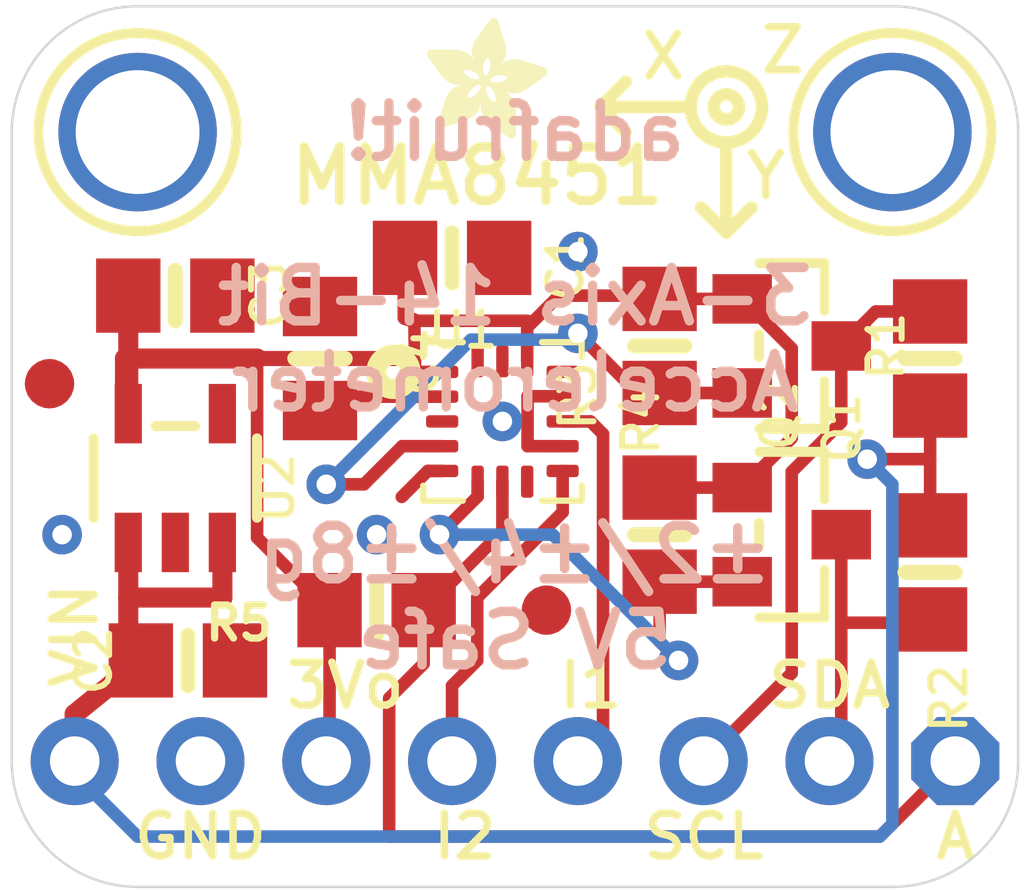
<source format=kicad_pcb>
(kicad_pcb (version 20211014) (generator pcbnew)
  (layers (0 "F.Cu" signal) (31 "B.Cu" signal) (34 "B.Paste" user) (35 "F.Paste" user) (36 "B.SilkS" user "B.Silkscreen") (37 "F.SilkS" user "F.Silkscreen") (38 "B.Mask" user) (39 "F.Mask" user) (44 "Edge.Cuts" user))
  (net 0 "")
  (net 1 "GND")
  (net 2 "SDA_3.3V")
  (net 3 "SCL_3.3V")
  (net 4 "SDA")
  (net 5 "SCL")
  (net 6 "+3V3")
  (net 7 "VIN")
  (net 8 "INT1")
  (net 9 "INT2")
  (net 10 "N$1")
  (net 11 "SA0")
  (footprint "boardEagle:0805-NO" (layer "F.Cu") (at 145.7071 108.3056 180)
    (fp_text reference "R5" (at 2.032 0.127 180) (layer "F.SilkS") (effects (font (size 0.666496 0.666496) (thickness 0.146304)) (justify right top)))
    (fp_text value "10K")
    (pad "1" smd rect (at -0.95 0 180) (size 1.3 1.5) (layers "F.Cu" "F.Paste" "F.Mask") (net 11 "SA0"))
    (pad "2" smd rect (at 0.95 0 180) (size 1.3 1.5) (layers "F.Cu" "F.Paste" "F.Mask") (net 6 "+3V3"))
  )
  (footprint "boardEagle:SOT23-5" (layer "F.Cu") (at 141.6431 105.6386)
    (fp_text reference "U2" (at 2.032 -0.562 90) (layer "F.SilkS") (effects (font (size 0.692831 0.692831) (thickness 0.119969)) (justify right)))
    (fp_text value "MIC5225-3.3")
    (pad "1" smd rect (at -0.95 1.3001) (size 0.55 1.2) (layers "F.Cu" "F.Paste" "F.Mask") (net 7 "VIN"))
    (pad "2" smd rect (at 0 1.3001) (size 0.55 1.2) (layers "F.Cu" "F.Paste" "F.Mask") (net 1 "GND"))
    (pad "3" smd rect (at 0.95 1.3001) (size 0.55 1.2) (layers "F.Cu" "F.Paste" "F.Mask") (net 7 "VIN"))
    (pad "4" smd rect (at 0.95 -1.3001) (size 0.55 1.2) (layers "F.Cu" "F.Paste" "F.Mask"))
    (pad "5" smd rect (at -0.95 -1.3001) (size 0.55 1.2) (layers "F.Cu" "F.Paste" "F.Mask") (net 6 "+3V3"))
  )
  (footprint "boardEagle:0805-NO" (layer "F.Cu") (at 141.6431 101.9556)
    (fp_text reference "C3" (at 1.905 -0.762 90) (layer "F.SilkS") (effects (font (size 0.692831 0.692831) (thickness 0.119969)) (justify right)))
    (fp_text value "10uF")
    (pad "1" smd rect (at -0.95 0) (size 1.3 1.5) (layers "F.Cu" "F.Paste" "F.Mask") (net 6 "+3V3"))
    (pad "2" smd rect (at 0.95 0) (size 1.3 1.5) (layers "F.Cu" "F.Paste" "F.Mask") (net 1 "GND"))
  )
  (footprint "boardEagle:SOT23-WIDE" (layer "F.Cu") (at 154.0891 102.9716 -90)
    (fp_text reference "Q1" (at 0.889 -1.016 90) (layer "F.SilkS") (effects (font (size 0.692831 0.692831) (thickness 0.119969)) (justify right)))
    (fp_text value "BSS138")
    (pad "1" smd rect (at -0.95 1 270) (size 1 1.2) (layers "F.Cu" "F.Paste" "F.Mask") (net 6 "+3V3"))
    (pad "2" smd rect (at 0.95 1 270) (size 1 1.2) (layers "F.Cu" "F.Paste" "F.Mask") (net 3 "SCL_3.3V"))
    (pad "3" smd rect (at 0 -1 270) (size 1 1.2) (layers "F.Cu" "F.Paste" "F.Mask") (net 5 "SCL"))
  )
  (footprint "boardEagle:MMA845X_QFN_16MM" (layer "F.Cu") (at 148.2471 104.4956)
    (fp_text reference "U1" (at -1.565 -1.84) (layer "F.SilkS") (effects (font (size 0.692831 0.692831) (thickness 0.119969)) (justify left)))
    (fp_text value "MMA8451")
    (pad "1" smd roundrect (at -1.2165 -1) (size 0.65 0.25) (layers "F.Cu" "F.Paste" "F.Mask") (net 6 "+3V3"))
    (pad "2" smd roundrect (at -1.2165 -0.5) (size 0.65 0.25) (layers "F.Cu" "F.Paste" "F.Mask") (net 10 "N$1"))
    (pad "3" smd roundrect (at -1.2165 0) (size 0.65 0.25) (layers "F.Cu" "F.Paste" "F.Mask"))
    (pad "4" smd roundrect (at -1.2165 0.5) (size 0.65 0.25) (layers "F.Cu" "F.Paste" "F.Mask") (net 3 "SCL_3.3V"))
    (pad "5" smd roundrect (at -1.2165 1) (size 0.65 0.25) (layers "F.Cu" "F.Paste" "F.Mask") (net 1 "GND"))
    (pad "6" smd roundrect (at -0.5 1.2165 90) (size 0.65 0.25) (layers "F.Cu" "F.Paste" "F.Mask") (net 2 "SDA_3.3V"))
    (pad "7" smd roundrect (at 0 1.2165 90) (size 0.65 0.25) (layers "F.Cu" "F.Paste" "F.Mask") (net 11 "SA0"))
    (pad "8" smd roundrect (at 0.5 1.2165 90) (size 0.65 0.25) (layers "F.Cu" "F.Paste" "F.Mask"))
    (pad "9" smd roundrect (at 1.2165 1 180) (size 0.65 0.25) (layers "F.Cu" "F.Paste" "F.Mask") (net 9 "INT2"))
    (pad "10" smd roundrect (at 1.2165 0.5 180) (size 0.65 0.25) (layers "F.Cu" "F.Paste" "F.Mask") (net 1 "GND"))
    (pad "11" smd roundrect (at 1.2165 0 180) (size 0.65 0.25) (layers "F.Cu" "F.Paste" "F.Mask") (net 8 "INT1"))
    (pad "12" smd roundrect (at 1.2165 -0.5 180) (size 0.65 0.25) (layers "F.Cu" "F.Paste" "F.Mask") (net 1 "GND"))
    (pad "13" smd roundrect (at 1.2165 -1 180) (size 0.65 0.25) (layers "F.Cu" "F.Paste" "F.Mask"))
    (pad "14" smd roundrect (at 0.5 -1.2165 270) (size 0.65 0.25) (layers "F.Cu" "F.Paste" "F.Mask") (net 6 "+3V3"))
    (pad "15" smd roundrect (at 0 -1.2165 270) (size 0.65 0.25) (layers "F.Cu" "F.Paste" "F.Mask"))
    (pad "16" smd roundrect (at -0.5 -1.2165 270) (size 0.65 0.25) (layers "F.Cu" "F.Paste" "F.Mask"))
  )
  (footprint "boardEagle:FIDUCIAL_1MM" (layer "F.Cu") (at 139.1031 103.7336)
    (fp_text reference "FID1" hide)
    (fp_text value "FIDUCIAL\"\"" hide)
    (pad "1" smd roundrect (at 0 0) (size 1 1) (layers "F.Cu" "F.Mask") (roundrect_rratio 0.5))
  )
  (footprint "boardEagle:0805-NO" (layer "F.Cu") (at 141.8971 109.3216)
    (fp_text reference "C2" (at -1.905 0.762 90) (layer "F.SilkS") (effects (font (size 0.692831 0.692831) (thickness 0.119969)) (justify left)))
    (fp_text value "10uF")
    (pad "1" smd rect (at -0.95 0) (size 1.3 1.5) (layers "F.Cu" "F.Paste" "F.Mask") (net 7 "VIN"))
    (pad "2" smd rect (at 0.95 0) (size 1.3 1.5) (layers "F.Cu" "F.Paste" "F.Mask") (net 1 "GND"))
  )
  (footprint "boardEagle:0805_10MGAP" (layer "F.Cu") (at 144.5641 103.2256 90)
    (fp_text reference "C4" (at -0.8255 2.032 90) (layer "F.SilkS") (effects (font (size 0.692831 0.692831) (thickness 0.119969)) (justify left)))
    (fp_text value "0.1uF")
    (pad "1" smd rect (at -1.05 0 90) (size 1.2 1.5) (layers "F.Cu" "F.Paste" "F.Mask") (net 10 "N$1"))
    (pad "2" smd rect (at 1.05 0 90) (size 1.2 1.5) (layers "F.Cu" "F.Paste" "F.Mask") (net 1 "GND"))
  )
  (footprint "boardEagle:0805-NO" (layer "F.Cu") (at 151.4221 102.9716 90)
    (fp_text reference "R3" (at -0.254 -1.651 90) (layer "F.SilkS") (effects (font (size 0.692831 0.692831) (thickness 0.119969)) (justify right)))
    (fp_text value "10K")
    (pad "1" smd rect (at -0.95 0 90) (size 1.3 1.5) (layers "F.Cu" "F.Paste" "F.Mask") (net 3 "SCL_3.3V"))
    (pad "2" smd rect (at 0.95 0 90) (size 1.3 1.5) (layers "F.Cu" "F.Paste" "F.Mask") (net 6 "+3V3"))
  )
  (footprint "boardEagle:SOT23-WIDE" (layer "F.Cu") (at 154.0891 106.7816 -90)
    (fp_text reference "Q2" (at -3.175 0.254 90) (layer "F.SilkS") (effects (font (size 0.692831 0.692831) (thickness 0.119969)) (justify right)))
    (fp_text value "BSS138")
    (pad "1" smd rect (at -0.95 1 270) (size 1 1.2) (layers "F.Cu" "F.Paste" "F.Mask") (net 6 "+3V3"))
    (pad "2" smd rect (at 0.95 1 270) (size 1 1.2) (layers "F.Cu" "F.Paste" "F.Mask") (net 2 "SDA_3.3V"))
    (pad "3" smd rect (at 0 -1 270) (size 1 1.2) (layers "F.Cu" "F.Paste" "F.Mask") (net 4 "SDA"))
  )
  (footprint "boardEagle:ADAFRUIT_2.5MM" (layer "F.Cu") (at 146.7231 98.7806)
    (fp_text reference "U$10" hide)
    (fp_text value "" hide)
  )
  (footprint "boardEagle:0805-NO" (layer "F.Cu") (at 156.8831 103.2256 -90)
    (fp_text reference "R1" (at 0.508 0.889 90) (layer "F.SilkS") (effects (font (size 0.692831 0.692831) (thickness 0.119969)) (justify left)))
    (fp_text value "10K")
    (pad "1" smd rect (at -0.95 0 270) (size 1.3 1.5) (layers "F.Cu" "F.Paste" "F.Mask") (net 5 "SCL"))
    (pad "2" smd rect (at 0.95 0 270) (size 1.3 1.5) (layers "F.Cu" "F.Paste" "F.Mask") (net 7 "VIN"))
  )
  (footprint "boardEagle:1X08_ROUND_70" (layer "F.Cu") (at 148.5011 111.3536 180)
    (fp_text reference "JP1" hide)
    (fp_text value "")
    (pad "1" thru_hole roundrect (at -8.89 0 270) (size 1.778 1.778) (drill 1) (layers *.Cu *.Mask) (chamfer_ratio 0.2928932188) (chamfer top_left top_right bottom_left bottom_right) (net 11 "SA0"))
    (pad "2" thru_hole circle (at -6.35 0 270) (size 1.778 1.778) (drill 1) (layers *.Cu *.Mask) (net 4 "SDA"))
    (pad "3" thru_hole circle (at -3.81 0 270) (size 1.778 1.778) (drill 1) (layers *.Cu *.Mask) (net 5 "SCL"))
    (pad "4" thru_hole circle (at -1.27 0 270) (size 1.778 1.778) (drill 1) (layers *.Cu *.Mask) (net 8 "INT1"))
    (pad "5" thru_hole circle (at 1.27 0 270) (size 1.778 1.778) (drill 1) (layers *.Cu *.Mask) (net 9 "INT2"))
    (pad "6" thru_hole circle (at 3.81 0 270) (size 1.778 1.778) (drill 1) (layers *.Cu *.Mask) (net 6 "+3V3"))
    (pad "7" thru_hole circle (at 6.35 0 270) (size 1.778 1.778) (drill 1) (layers *.Cu *.Mask) (net 1 "GND"))
    (pad "8" thru_hole circle (at 8.89 0 270) (size 1.778 1.778) (drill 1) (layers *.Cu *.Mask) (net 7 "VIN"))
  )
  (footprint "boardEagle:0805-NO" (layer "F.Cu") (at 156.8831 107.5436 -90)
    (fp_text reference "R2" (at 3.302 -0.381 90) (layer "F.SilkS") (effects (font (size 0.692831 0.692831) (thickness 0.119969)) (justify left)))
    (fp_text value "10K")
    (pad "1" smd rect (at -0.95 0 270) (size 1.3 1.5) (layers "F.Cu" "F.Paste" "F.Mask") (net 7 "VIN"))
    (pad "2" smd rect (at 0.95 0 270) (size 1.3 1.5) (layers "F.Cu" "F.Paste" "F.Mask") (net 4 "SDA"))
  )
  (footprint "boardEagle:0805-NO" (layer "F.Cu") (at 147.2311 101.1936)
    (fp_text reference "C1" (at 2.286 -0.5715 90) (layer "F.SilkS") (effects (font (size 0.692831 0.692831) (thickness 0.119969)) (justify right)))
    (fp_text value "0.1uF")
    (pad "1" smd rect (at -0.95 0) (size 1.3 1.5) (layers "F.Cu" "F.Paste" "F.Mask") (net 6 "+3V3"))
    (pad "2" smd rect (at 0.95 0) (size 1.3 1.5) (layers "F.Cu" "F.Paste" "F.Mask") (net 1 "GND"))
  )
  (footprint "boardEagle:MOUNTINGHOLE_2.5_PLATED" (layer "F.Cu") (at 140.8811 98.6536)
    (fp_text reference "U$3" hide)
    (fp_text value "MOUNTINGHOLE2.5" hide)
    (pad "P$1" thru_hole circle (at 0 0) (size 3.2 3.2) (drill 2.5) (layers *.Cu *.Mask))
  )
  (footprint "boardEagle:0805-NO" (layer "F.Cu") (at 151.4221 106.7816 -90)
    (fp_text reference "R4" (at -3.048 0.381 90) (layer "F.SilkS") (effects (font (size 0.692831 0.692831) (thickness 0.119969)) (justify right)))
    (fp_text value "10K")
    (pad "1" smd rect (at -0.95 0 270) (size 1.3 1.5) (layers "F.Cu" "F.Paste" "F.Mask") (net 6 "+3V3"))
    (pad "2" smd rect (at 0.95 0 270) (size 1.3 1.5) (layers "F.Cu" "F.Paste" "F.Mask") (net 2 "SDA_3.3V"))
  )
  (footprint "boardEagle:MOUNTINGHOLE_2.5_PLATED" (layer "F.Cu") (at 156.1211 98.6536)
    (fp_text reference "U$6" hide)
    (fp_text value "MOUNTINGHOLE2.5" hide)
    (pad "P$1" thru_hole circle (at 0 0) (size 3.2 3.2) (drill 2.5) (layers *.Cu *.Mask))
  )
  (footprint "boardEagle:FIDUCIAL_1MM" (layer "F.Cu") (at 149.1361 108.3056)
    (fp_text reference "FID2" hide)
    (fp_text value "FIDUCIAL\"\"" hide)
    (pad "1" smd roundrect (at 0 0) (size 1 1) (layers "F.Cu" "F.Mask") (roundrect_rratio 0.5))
  )
  (gr_line (start 150.7363 98.6536) (end 150.2283 98.1456) (layer "F.SilkS") (width 0.254))
  (gr_line (start 152.7683 98.9076) (end 152.7683 100.6856) (layer "F.SilkS") (width 0.254))
  (gr_line (start 152.7683 100.6856) (end 153.2763 100.1776) (layer "F.SilkS") (width 0.254))
  (gr_line (start 152.7683 100.6856) (end 152.2603 100.1776) (layer "F.SilkS") (width 0.254))
  (gr_line (start 152.0063 98.1456) (end 150.2283 98.1456) (layer "F.SilkS") (width 0.254))
  (gr_line (start 150.2283 98.1456) (end 150.7363 97.6376) (layer "F.SilkS") (width 0.254))
  (gr_circle (center 152.7683 98.1456) (end 153.486718 98.1456) (layer "F.SilkS") (width 0.254) (fill none))
  (gr_circle (center 152.7683 98.1456) (end 153.0223 98.1456) (layer "F.SilkS") (width 0.254) (fill none))
  (gr_arc (start 158.6611 111.3536) (mid 157.917151 113.149651) (end 156.1211 113.8936) (layer "Edge.Cuts") (width 0.05))
  (gr_arc (start 156.1211 96.1136) (mid 157.917151 96.857549) (end 158.6611 98.6536) (layer "Edge.Cuts") (width 0.05))
  (gr_line (start 156.1211 113.8936) (end 140.8811 113.8936) (layer "Edge.Cuts") (width 0.05))
  (gr_arc (start 138.3411 98.6536) (mid 139.085049 96.857549) (end 140.8811 96.1136) (layer "Edge.Cuts") (width 0.05))
  (gr_line (start 138.3411 111.3536) (end 138.3411 98.6536) (layer "Edge.Cuts") (width 0.05))
  (gr_line (start 140.8811 96.1136) (end 156.1211 96.1136) (layer "Edge.Cuts") (width 0.05))
  (gr_arc (start 140.8811 113.8936) (mid 139.085049 113.149651) (end 138.3411 111.3536) (layer "Edge.Cuts") (width 0.05))
  (gr_line (start 158.6611 98.6536) (end 158.6611 111.3536) (layer "Edge.Cuts") (width 0.05))
  (gr_text "adafruit!" (at 148.5011 98.6536) (layer "B.SilkS") (effects (font (size 1.0795 1.0795) (thickness 0.1905)) (justify mirror)))
  (gr_text "±2/±4/±8g\n5V Safe" (at 148.5011 108.0516) (layer "B.SilkS") (effects (font (size 1.0795 1.0795) (thickness 0.1905)) (justify mirror)))
  (gr_text "3-Axis 14-Bit\nAccelerometer" (at 148.5011 102.8446) (layer "B.SilkS") (effects (font (size 1.0795 1.0795) (thickness 0.1905)) (justify mirror)))
  (gr_text "I2" (at 147.4851 112.8776) (layer "F.SilkS") (effects (font (size 0.8636 0.8636) (thickness 0.1524))))
  (gr_text "VIN" (at 139.6111 108.8136 90) (layer "F.SilkS") (effects (font (size 0.8636 0.8636) (thickness 0.1524))))
  (gr_text "SCL" (at 152.3111 112.8776) (layer "F.SilkS") (effects (font (size 0.8636 0.8636) (thickness 0.1524))))
  (gr_text "GND" (at 142.1511 112.8776) (layer "F.SilkS") (effects (font (size 0.8636 0.8636) (thickness 0.1524))))
  (gr_text "Y" (at 154.0383 99.0346) (layer "F.SilkS") (effects (font (size 0.8636 0.8636) (thickness 0.1524)) (justify right top)))
  (gr_text "Z" (at 154.4193 96.4946) (layer "F.SilkS") (effects (font (size 0.8636 0.8636) (thickness 0.1524)) (justify right top)))
  (gr_text "A" (at 157.3911 112.8776) (layer "F.SilkS") (effects (font (size 0.8636 0.8636) (thickness 0.1524))))
  (gr_text "SDA" (at 154.8511 109.8296) (layer "F.SilkS") (effects (font (size 0.8636 0.8636) (thickness 0.1524))))
  (gr_text "I1" (at 150.0251 109.8296) (layer "F.SilkS") (effects (font (size 0.8636 0.8636) (thickness 0.1524))))
  (gr_text "X" (at 152.0063 96.6216) (layer "F.SilkS") (effects (font (size 0.8636 0.8636) (thickness 0.1524)) (justify right top)))
  (gr_text "MMA8451" (at 147.7391 99.5426) (layer "F.SilkS") (effects (font (size 1.0795 1.0795) (thickness 0.1905))))
  (gr_text "3Vo" (at 145.0721 109.8296) (layer "F.SilkS") (effects (font (size 0.8636 0.8636) (thickness 0.1524))))
  (segment (start 149.4636 104.9956) (end 148.7551 104.9956) (width 0.254) (layer "F.Cu") (net 1))
  (segment (start 148.7551 104.9956) (end 148.7551 103.9876) (width 0.254) (layer "F.Cu") (net 1))
  (segment (start 149.4636 103.9876) (end 149.4636 103.9956) (width 0.254) (layer "F.Cu") (net 1))
  (segment (start 148.7551 103.9876) (end 149.4636 103.9876) (width 0.254) (layer "F.Cu") (net 1))
  (segment (start 147.0306 105.4956) (end 146.7391 105.4956) (width 0.254) (layer "F.Cu") (net 1))
  (segment (start 146.7391 105.4956) (end 146.2151 106.0196) (width 0.254) (layer "F.Cu") (net 1))
  (via (at 149.7711 101.0666) (size 0.8001) (drill 0.3937) (layers "F.Cu" "B.Cu") (net 1))
  (via (at 139.3571 106.7816) (size 0.8001) (drill 0.3937) (layers "F.Cu" "B.Cu") (net 1))
  (via (at 145.7071 106.7816) (size 0.8001) (drill 0.3937) (layers "F.Cu" "B.Cu") (net 1))
  (via (at 148.2471 104.4956) (size 0.8001) (drill 0.3937) (layers "F.Cu" "B.Cu") (net 1))
  (segment (start 151.4221 108.9406) (end 151.4221 107.7316) (width 0.254) (layer "F.Cu") (net 2))
  (segment (start 147.7471 105.7121) (end 147.7471 106.0116) (width 0.254) (layer "F.Cu") (net 2))
  (segment (start 147.7471 106.0116) (end 146.9771 106.7816) (width 0.254) (layer "F.Cu") (net 2))
  (segment (start 153.0891 107.7316) (end 151.4221 107.7316) (width 0.254) (layer "F.Cu") (net 2))
  (segment (start 151.8031 109.3216) (end 151.4221 108.9406) (width 0.254) (layer "F.Cu") (net 2))
  (via (at 151.8031 109.3216) (size 0.8001) (drill 0.3937) (layers "F.Cu" "B.Cu") (net 2))
  (via (at 146.9771 106.7816) (size 0.8001) (drill 0.3937) (layers "F.Cu" "B.Cu") (net 2))
  (segment (start 149.2631 106.7816) (end 151.8031 109.3216) (width 0.254) (layer "B.Cu") (net 2))
  (segment (start 146.9771 106.7816) (end 149.2631 106.7816) (width 0.254) (layer "B.Cu") (net 2))
  (segment (start 146.2231 104.9956) (end 145.4531 105.7656) (width 0.254) (layer "F.Cu") (net 3))
  (segment (start 151.4221 103.9216) (end 153.0891 103.9216) (width 0.254) (layer "F.Cu") (net 3))
  (segment (start 147.0306 104.9956) (end 146.2231 104.9956) (width 0.254) (layer "F.Cu") (net 3))
  (segment (start 145.4531 105.7656) (end 144.6911 105.7656) (width 0.254) (layer "F.Cu") (net 3))
  (segment (start 149.7711 102.7176) (end 150.9751 103.9216) (width 0.254) (layer "F.Cu") (net 3))
  (segment (start 150.9751 103.9216) (end 151.4221 103.9216) (width 0.254) (layer "F.Cu") (net 3))
  (via (at 144.6911 105.7656) (size 0.8001) (drill 0.3937) (layers "F.Cu" "B.Cu") (net 3))
  (via (at 149.7711 102.7176) (size 0.8001) (drill 0.3937) (layers "F.Cu" "B.Cu") (net 3))
  (segment (start 147.6121 102.8446) (end 149.5171 102.8446) (width 0.254) (layer "B.Cu") (net 3))
  (segment (start 149.5171 102.8446) (end 149.7711 102.7176) (width 0.254) (layer "B.Cu") (net 3))
  (segment (start 144.6911 105.7656) (end 147.6121 102.8446) (width 0.254) (layer "B.Cu") (net 3))
  (segment (start 156.8171 108.5596) (end 155.0891 108.5596) (width 0.254) (layer "F.Cu") (net 4))
  (segment (start 154.8511 111.3536) (end 155.0891 111.1156) (width 0.254) (layer "F.Cu") (net 4))
  (segment (start 155.0891 111.1156) (end 155.0891 108.5596) (width 0.254) (layer "F.Cu") (net 4))
  (segment (start 156.8831 108.4936) (end 156.8171 108.5596) (width 0.254) (layer "F.Cu") (net 4))
  (segment (start 155.0891 108.5596) (end 155.0891 106.7816) (width 0.254) (layer "F.Cu") (net 4))
  (segment (start 152.3111 111.3536) (end 154.0891 109.5756) (width 0.254) (layer "F.Cu") (net 5))
  (segment (start 154.0891 105.5116) (end 155.0891 104.5116) (width 0.254) (layer "F.Cu") (net 5))
  (segment (start 155.0891 102.9716) (end 155.7851 102.2756) (width 0.254) (layer "F.Cu") (net 5))
  (segment (start 154.0891 109.5756) (end 154.0891 105.5116) (width 0.254) (layer "F.Cu") (net 5))
  (segment (start 155.0891 104.5116) (end 155.0891 102.9716) (width 0.254) (layer "F.Cu") (net 5))
  (segment (start 155.7851 102.2756) (end 156.8831 102.2756) (width 0.254) (layer "F.Cu") (net 5))
  (segment (start 140.6931 104.3385) (end 140.6931 101.9556) (width 0.4064) (layer "F.Cu") (net 6))
  (segment (start 144.7571 108.3056) (end 143.2941 106.8426) (width 0.254) (layer "F.Cu") (net 6))
  (segment (start 146.4851 103.4956) (end 146.478968 103.100135) (width 0.254) (layer "F.Cu") (net 6))
  (segment (start 151.4221 105.8316) (end 153.0891 105.8316) (width 0.254) (layer "F.Cu") (net 6))
  (segment (start 146.478968 103.100135) (end 146.353503 103.2256) (width 0.3048) (layer "F.Cu") (net 6))
  (segment (start 140.6271 104.0235) (end 140.6931 104.3385) (width 0.4064) (layer "F.Cu") (net 6))
  (segment (start 146.478968 103.100135) (end 146.4691 102.4636) (width 0.254) (layer "F.Cu") (net 6))
  (segment (start 143.2941 106.8426) (end 143.2941 103.2256) (width 0.254) (layer "F.Cu") (net 6))
  (segment (start 144.7571 111.3536) (end 144.6911 111.3536) (width 0.254) (layer "F.Cu") (net 6))
  (segment (start 149.3901 101.9556) (end 151.3561 101.9556) (width 0.254) (layer "F.Cu") (net 6))
  (segment (start 140.6271 103.2256) (end 140.6271 104.0235) (width 0.4064) (layer "F.Cu") (net 6))
  (segment (start 147.0306 103.4956) (end 146.4851 103.4956) (width 0.254) (layer "F.Cu") (net 6))
  (segment (start 146.2811 101.1936) (end 146.2811 102.3976) (width 0.3048) (layer "F.Cu") (net 6))
  (segment (start 154.0891 103.0216) (end 154.0891 104.8316) (width 0.254) (layer "F.Cu") (net 6))
  (segment (start 151.3561 101.9556) (end 151.4221 102.0216) (width 0.254) (layer "F.Cu") (net 6))
  (segment (start 148.7551 102.5906) (end 148.7471 102.4636) (width 0.254) (layer "F.Cu") (net 6))
  (segment (start 151.4221 102.0216) (end 153.0891 102.0216) (width 0.254) (layer "F.Cu") (net 6))
  (segment (start 149.3901 101.9556) (end 148.7551 102.5906) (width 0.254) (layer "F.Cu") (net 6))
  (segment (start 144.7571 108.3056) (end 144.7571 111.3536) (width 0.254) (layer "F.Cu") (net 6))
  (segment (start 148.7471 102.4636) (end 146.4691 102.4636) (width 0.254) (layer "F.Cu") (net 6))
  (segment (start 154.0891 104.8316) (end 153.0891 105.8316) (width 0.254) (layer "F.Cu") (net 6))
  (segment (start 153.0891 102.0216) (end 154.0891 103.0216) (width 0.254) (layer "F.Cu") (net 6))
  (segment (start 146.353503 103.2256) (end 143.2941 103.2256) (width 0.3048) (layer "F.Cu") (net 6))
  (segment (start 146.2811 102.3976) (end 146.4691 102.4636) (width 0.3048) (layer "F.Cu") (net 6))
  (segment (start 148.7471 103.2791) (end 148.7471 102.4636) (width 0.254) (layer "F.Cu") (net 6))
  (segment (start 143.2941 103.2256) (end 140.6271 103.2256) (width 0.4064) (layer "F.Cu") (net 6))
  (segment (start 156.8831 105.2576) (end 155.6131 105.2576) (width 0.254) (layer "F.Cu") (net 7))
  (segment (start 156.8831 106.5936) (end 156.8831 105.2576) (width 0.254) (layer "F.Cu") (net 7))
  (segment (start 142.5931 108.0516) (end 140.6931 108.0516) (width 0.4064) (layer "F.Cu") (net 7))
  (segment (start 140.6931 108.8136) (end 140.6931 108.0516) (width 0.4064) (layer "F.Cu") (net 7))
  (segment (start 139.6111 111.3536) (end 139.6111 110.4036) (width 0.4064) (layer "F.Cu") (net 7))
  (segment (start 156.8831 105.2576) (end 156.8831 104.1756) (width 0.254) (layer "F.Cu") (net 7))
  (segment (start 140.9471 109.3216) (end 140.6931 108.8136) (width 0.4064) (layer "F.Cu") (net 7))
  (segment (start 140.6931 108.0516) (end 140.6931 106.9387) (width 0.4064) (layer "F.Cu") (net 7))
  (segment (start 139.6111 110.4036) (end 140.9471 109.3216) (width 0.4064) (layer "F.Cu") (net 7))
  (segment (start 142.5931 106.9387) (end 142.5931 108.0516) (width 0.4064) (layer "F.Cu") (net 7))
  (via (at 155.6131 105.2576) (size 0.8001) (drill 0.3937) (layers "F.Cu" "B.Cu") (net 7))
  (segment (start 155.8671 112.8776) (end 140.8811 112.8776) (width 0.254) (layer "B.Cu") (net 7))
  (segment (start 155.6131 105.2576) (end 156.1211 105.7656) (width 0.254) (layer "B.Cu") (net 7))
  (segment (start 140.8811 112.8776) (end 139.6111 111.6076) (width 0.254) (layer "B.Cu") (net 7))
  (segment (start 156.1211 105.7656) (end 156.1211 112.6236) (width 0.254) (layer "B.Cu") (net 7))
  (segment (start 139.6111 111.6076) (end 139.6111 111.3536) (width 0.254) (layer "B.Cu") (net 7))
  (segment (start 156.1211 112.6236) (end 155.8671 112.8776) (width 0.254) (layer "B.Cu") (net 7))
  (segment (start 150.2791 110.8456) (end 149.7711 111.3536) (width 0.254) (layer "F.Cu") (net 8))
  (segment (start 149.4636 104.4956) (end 150.0251 104.4956) (width 0.254) (layer "F.Cu") (net 8))
  (segment (start 150.2791 104.7496) (end 150.2791 110.8456) (width 0.254) (layer "F.Cu") (net 8))
  (segment (start 150.0251 104.4956) (end 150.2791 104.7496) (width 0.254) (layer "F.Cu") (net 8))
  (segment (start 147.7391 108.0516) (end 147.7391 109.3216) (width 0.254) (layer "F.Cu") (net 9))
  (segment (start 149.4636 106.3271) (end 147.7391 108.0516) (width 0.254) (layer "F.Cu") (net 9))
  (segment (start 149.4636 105.4956) (end 149.4636 106.3271) (width 0.254) (layer "F.Cu") (net 9))
  (segment (start 147.2311 109.8296) (end 147.2311 111.3536) (width 0.254) (layer "F.Cu") (net 9))
  (segment (start 147.7391 109.3216) (end 147.2311 109.8296) (width 0.254) (layer "F.Cu") (net 9))
  (segment (start 145.1301 103.9956) (end 144.5641 104.2756) (width 0.254) (layer "F.Cu") (net 10))
  (segment (start 147.0306 103.9956) (end 145.1301 103.9956) (width 0.254) (layer "F.Cu") (net 10))
  (segment (start 145.9611 110.0836) (end 146.6571 109.3876) (width 0.254) (layer "F.Cu") (net 11))
  (segment (start 157.3911 111.3536) (end 155.8671 112.8776) (width 0.254) (layer "F.Cu") (net 11))
  (segment (start 145.9611 112.8776) (end 145.9611 110.0836) (width 0.254) (layer "F.Cu") (net 11))
  (segment (start 155.8671 112.8776) (end 145.9611 112.8776) (width 0.254) (layer "F.Cu") (net 11))
  (segment (start 146.6571 109.3876) (end 146.6571 108.3056) (width 0.254) (layer "F.Cu") (net 11))
  (segment (start 148.2471 105.7121) (end 148.2471 106.7156) (width 0.254) (layer "F.Cu") (net 11))
  (segment (start 148.2471 106.7156) (end 146.6571 108.3056) (width 0.254) (layer "F.Cu") (net 11))
)
</source>
